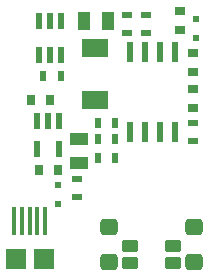
<source format=gtp>
G04*
G04 #@! TF.GenerationSoftware,Altium Limited,CircuitStudio,1.5.2 (30)*
G04*
G04 Layer_Color=7318015*
%FSLAX25Y25*%
%MOIN*%
G70*
G01*
G75*
G04:AMPARAMS|DCode=10|XSize=55.12mil|YSize=43.31mil|CornerRadius=10.83mil|HoleSize=0mil|Usage=FLASHONLY|Rotation=180.000|XOffset=0mil|YOffset=0mil|HoleType=Round|Shape=RoundedRectangle|*
%AMROUNDEDRECTD10*
21,1,0.05512,0.02165,0,0,180.0*
21,1,0.03347,0.04331,0,0,180.0*
1,1,0.02165,-0.01673,0.01083*
1,1,0.02165,0.01673,0.01083*
1,1,0.02165,0.01673,-0.01083*
1,1,0.02165,-0.01673,-0.01083*
%
%ADD10ROUNDEDRECTD10*%
G04:AMPARAMS|DCode=11|XSize=59.06mil|YSize=55.12mil|CornerRadius=13.78mil|HoleSize=0mil|Usage=FLASHONLY|Rotation=180.000|XOffset=0mil|YOffset=0mil|HoleType=Round|Shape=RoundedRectangle|*
%AMROUNDEDRECTD11*
21,1,0.05906,0.02756,0,0,180.0*
21,1,0.03150,0.05512,0,0,180.0*
1,1,0.02756,-0.01575,0.01378*
1,1,0.02756,0.01575,0.01378*
1,1,0.02756,0.01575,-0.01378*
1,1,0.02756,-0.01575,-0.01378*
%
%ADD11ROUNDEDRECTD11*%
%ADD12R,0.01575X0.09449*%
%ADD13R,0.02362X0.05512*%
%ADD14R,0.02362X0.01969*%
%ADD15R,0.02362X0.03543*%
%ADD16R,0.02362X0.07087*%
%ADD17R,0.03543X0.02362*%
%ADD18R,0.03937X0.05906*%
%ADD19R,0.05906X0.03937*%
%ADD20R,0.03543X0.03150*%
%ADD21R,0.03150X0.03543*%
%ADD22R,0.08661X0.05906*%
%ADD61R,0.07087X0.07087*%
%ADD62R,0.02165X0.05315*%
D10*
X69685Y3937D02*
D03*
Y9843D02*
D03*
X55512D02*
D03*
Y3937D02*
D03*
D11*
X76772Y16142D02*
D03*
Y4331D02*
D03*
X48425D02*
D03*
Y16142D02*
D03*
D12*
X24606Y18110D02*
D03*
X22047D02*
D03*
X19488D02*
D03*
X16929D02*
D03*
X27165D02*
D03*
D13*
X31890Y51575D02*
D03*
X28150Y51575D02*
D03*
X24409D02*
D03*
Y42126D02*
D03*
X31890D02*
D03*
D14*
X77559Y79134D02*
D03*
Y85433D02*
D03*
X31496Y23622D02*
D03*
Y29921D02*
D03*
D15*
X44685Y38976D02*
D03*
X50590Y38976D02*
D03*
X44685Y45276D02*
D03*
X50590Y45276D02*
D03*
X50591Y50787D02*
D03*
X44685Y50787D02*
D03*
X32480Y66535D02*
D03*
X26575Y66535D02*
D03*
D16*
X70492Y74409D02*
D03*
X65492D02*
D03*
X60492D02*
D03*
X55492D02*
D03*
Y47638D02*
D03*
X60492D02*
D03*
X65492D02*
D03*
X70492D02*
D03*
D17*
X76378Y50591D02*
D03*
X76378Y44685D02*
D03*
X54331Y86811D02*
D03*
X54331Y80906D02*
D03*
X60630Y80905D02*
D03*
X60630Y86811D02*
D03*
X37795Y26181D02*
D03*
X37795Y32087D02*
D03*
D18*
X40157Y84646D02*
D03*
X48031D02*
D03*
D19*
X38583Y37402D02*
D03*
Y45276D02*
D03*
D20*
X76378Y74016D02*
D03*
Y67716D02*
D03*
X72047Y81890D02*
D03*
Y88189D02*
D03*
X76378Y62205D02*
D03*
Y55905D02*
D03*
D21*
X28740Y58268D02*
D03*
X22441D02*
D03*
X31496Y35039D02*
D03*
X25197D02*
D03*
D22*
X43701Y58268D02*
D03*
Y75590D02*
D03*
D61*
X26772Y5512D02*
D03*
X17323D02*
D03*
D62*
X28740Y84843D02*
D03*
X25000Y73425D02*
D03*
X28740Y73425D02*
D03*
X32480D02*
D03*
Y84843D02*
D03*
X25000D02*
D03*
M02*

</source>
